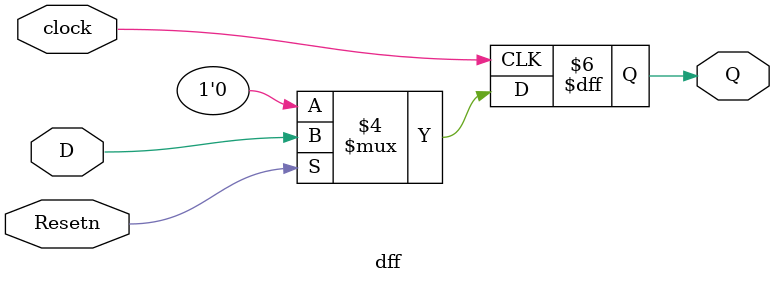
<source format=v>
module fiveBit(i,out,clock,Resetn);
    input clock, Resetn;
    input [4:0] i;
    output [4:0] out;
    dff s0(i[0],clock,Resetn,out[0]);
    dff s1(i[1],clock,Resetn,out[1]);
    dff s2(i[2],clock,Resetn,out[2]);
    dff s3(i[3],clock,Resetn,out[3]);
    dff s4(i[4],clock,Resetn,out[4]);
endmodule

module dff(D,clock,Resetn,Q);
    input D,clock,Resetn;
    output reg Q;
    always @ (posedge clock)
    begin
        if(!Resetn)
            Q <= 0;
        else
            Q <= D;
    end
endmodule
</source>
